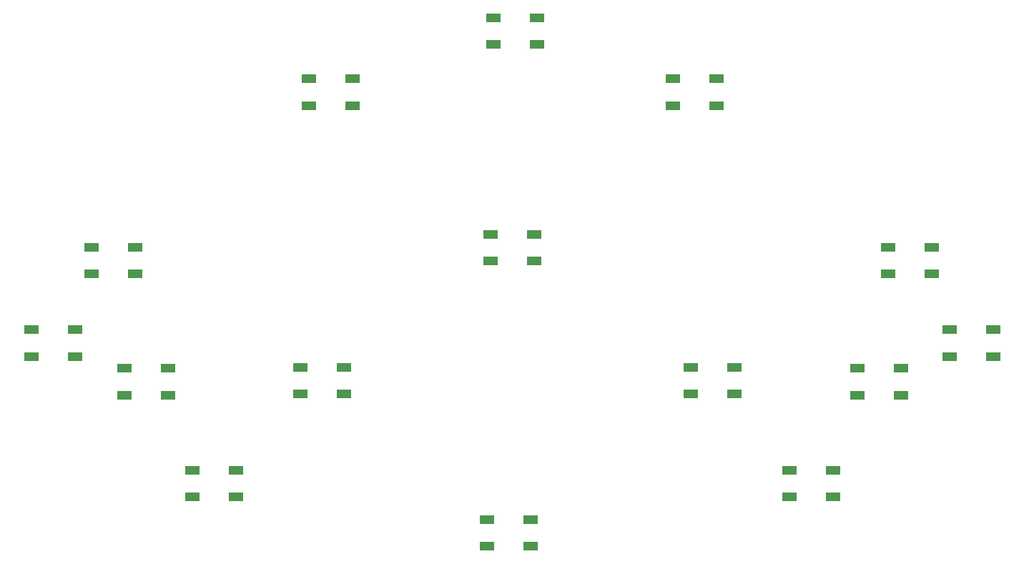
<source format=gtp>
G04 #@! TF.FileFunction,Paste,Top*
%FSLAX46Y46*%
G04 Gerber Fmt 4.6, Leading zero omitted, Abs format (unit mm)*
G04 Created by KiCad (PCBNEW 4.0.7) date 06/01/18 20:23:33*
%MOMM*%
%LPD*%
G01*
G04 APERTURE LIST*
%ADD10C,0.100000*%
%ADD11R,1.651000X0.998220*%
G04 APERTURE END LIST*
D10*
D11*
X149062440Y-112575340D03*
X149062440Y-115770660D03*
X154213560Y-115770660D03*
X154213560Y-112575340D03*
X171033440Y-60378340D03*
X171033440Y-63573660D03*
X176184560Y-63573660D03*
X176184560Y-60378340D03*
X149770440Y-53139340D03*
X149770440Y-56334660D03*
X154921560Y-56334660D03*
X154921560Y-53139340D03*
X95087440Y-90096340D03*
X95087440Y-93291660D03*
X100238560Y-93291660D03*
X100238560Y-90096340D03*
X102199440Y-80317340D03*
X102199440Y-83512660D03*
X107350560Y-83512660D03*
X107350560Y-80317340D03*
X106136440Y-94668340D03*
X106136440Y-97863660D03*
X111287560Y-97863660D03*
X111287560Y-94668340D03*
X126964440Y-94541340D03*
X126964440Y-97736660D03*
X132115560Y-97736660D03*
X132115560Y-94541340D03*
X149443440Y-78793340D03*
X149443440Y-81988660D03*
X154594560Y-81988660D03*
X154594560Y-78793340D03*
X173192440Y-94541340D03*
X173192440Y-97736660D03*
X178343560Y-97736660D03*
X178343560Y-94541340D03*
X192877440Y-94668340D03*
X192877440Y-97863660D03*
X198028560Y-97863660D03*
X198028560Y-94668340D03*
X196560440Y-80317340D03*
X196560440Y-83512660D03*
X201711560Y-83512660D03*
X201711560Y-80317340D03*
X203799440Y-90096340D03*
X203799440Y-93291660D03*
X208950560Y-93291660D03*
X208950560Y-90096340D03*
X127980440Y-60378340D03*
X127980440Y-63573660D03*
X133131560Y-63573660D03*
X133131560Y-60378340D03*
X184876440Y-106733340D03*
X184876440Y-109928660D03*
X190027560Y-109928660D03*
X190027560Y-106733340D03*
X114137440Y-106733340D03*
X114137440Y-109928660D03*
X119288560Y-109928660D03*
X119288560Y-106733340D03*
M02*

</source>
